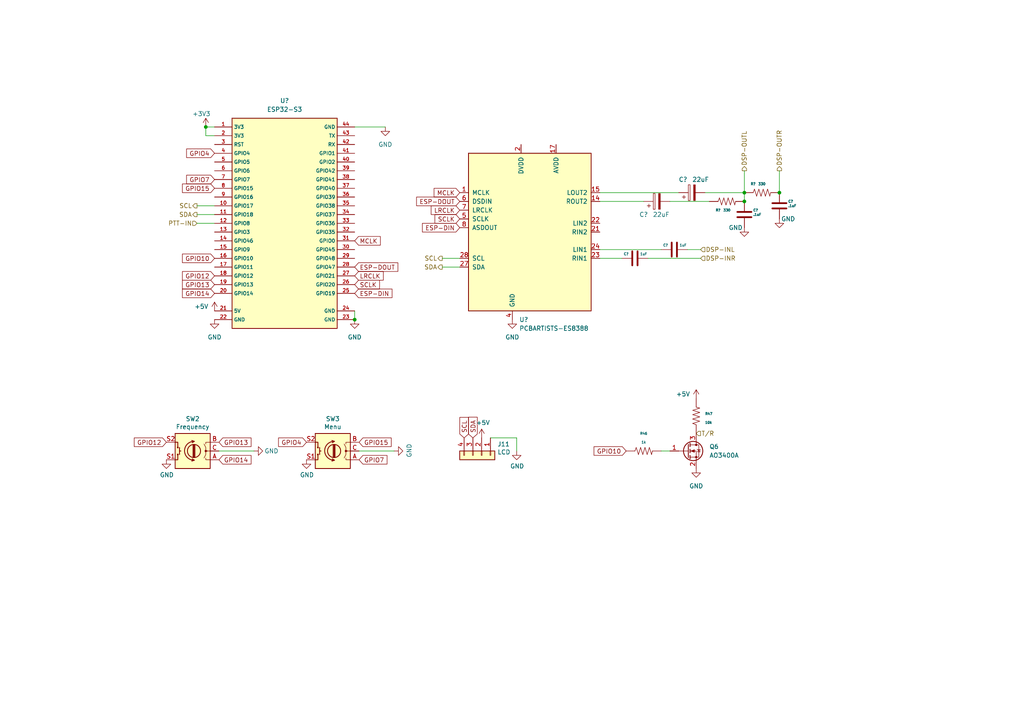
<source format=kicad_sch>
(kicad_sch (version 20211123) (generator eeschema)
  (paper "A4")
  (lib_symbols
    (symbol "Connector_Generic:Conn_01x04" (pin_names (offset 1.016) hide)
      (property "Reference" "J" (at 0 5.08 0))
      (property "Value" "Conn_01x04" (at 0 -7.62 0))
      (symbol "Conn_01x04_1_1"
        (rectangle (start -1.27 -4.953) (end 0 -5.207) (stroke (width 0.1524)))
        (rectangle (start -1.27 -2.413) (end 0 -2.667) (stroke (width 0.1524)))
        (rectangle (start -1.27 0.127) (end 0 -0.127) (stroke (width 0.1524)))
        (rectangle (start -1.27 2.667) (end 0 2.413) (stroke (width 0.1524)))
        (rectangle (start -1.27 3.81) (end 1.27 -6.35) (stroke (width 0.254)) (fill (type background)))
        (pin passive line (at -5.08 2.54 0) (length 3.81) (name "Pin_1") (number "1"))
        (pin passive line (at -5.08 0 0) (length 3.81) (name "Pin_2") (number "2"))
        (pin passive line (at -5.08 -2.54 0) (length 3.81) (name "Pin_3") (number "3"))
        (pin passive line (at -5.08 -5.08 0) (length 3.81) (name "Pin_4") (number "4"))
      )
    )
    (symbol "Device:C_Polarized" (pin_numbers hide) (pin_names (offset 0.254))
      (property "Reference" "C" (at 0.635 2.54 0))
      (property "Value" "C_Polarized" (at 0.635 -2.54 0))
      (symbol "C_Polarized_0_1"
        (rectangle (start -2.286 0.508) (end 2.286 1.016))
        (polyline (pts (xy -1.778 2.286) (xy -0.762 2.286)))
        (polyline (pts (xy -1.27 2.794) (xy -1.27 1.778)))
        (rectangle (start 2.286 -0.508) (end -2.286 -1.016) (fill (type outline)))
      )
      (symbol "C_Polarized_1_1"
        (pin passive line (at 0 3.81 270) (length 2.794) (name "~") (number "1"))
        (pin passive line (at 0 -3.81 90) (length 2.794) (name "~") (number "2"))
      )
    )
    (symbol "Tayloe-Mixer-v3-rescue:Rotary_Encoder_Switch-Device" (pin_names (offset 0.254) hide)
      (property "Reference" "SW" (at 0 6.604 0))
      (property "Value" "Rotary_Encoder_Switch-Device" (at 0 -6.604 0))
      (symbol "Rotary_Encoder_Switch-Device_0_1"
        (rectangle (start -5.08 5.08) (end 5.08 -5.08) (stroke (width 0.254)) (fill (type background)))
        (circle (center -3.81 0) (radius 0.254) (fill (type outline)))
        (arc (start -0.381 -2.794) (mid 2.3622 -0.0508) (end -0.381 2.667) (stroke (width 0.254)))
        (circle (center -0.381 0) (radius 1.905) (stroke (width 0.254)))
        (polyline (pts (xy -0.635 -1.778) (xy -0.635 1.778)) (stroke (width 0.254)))
        (polyline (pts (xy -0.381 -1.778) (xy -0.381 1.778)) (stroke (width 0.254)))
        (polyline (pts (xy -0.127 1.778) (xy -0.127 -1.778)) (stroke (width 0.254)))
        (polyline (pts (xy 3.81 0) (xy 3.429 0)) (stroke (width 0.254)))
        (polyline (pts (xy 3.81 1.016) (xy 3.81 -1.016)) (stroke (width 0.254)))
        (polyline (pts (xy -5.08 -2.54) (xy -3.81 -2.54) (xy -3.81 -2.032)))
        (polyline (pts (xy -5.08 2.54) (xy -3.81 2.54) (xy -3.81 2.032)))
        (polyline (pts (xy 0.254 -3.048) (xy -0.508 -2.794) (xy 0.127 -2.413)) (stroke (width 0.254)))
        (polyline (pts (xy 0.254 2.921) (xy -0.508 2.667) (xy 0.127 2.286)) (stroke (width 0.254)))
        (polyline (pts (xy 5.08 -2.54) (xy 4.318 -2.54) (xy 4.318 -1.016)) (stroke (width 0.254)))
        (polyline (pts (xy 5.08 2.54) (xy 4.318 2.54) (xy 4.318 1.016)) (stroke (width 0.254)))
        (polyline (pts (xy -5.08 0) (xy -3.81 0) (xy -3.81 -1.016) (xy -3.302 -2.032)))
        (polyline (pts (xy -4.318 0) (xy -3.81 0) (xy -3.81 1.016) (xy -3.302 2.032)))
        (circle (center 4.318 -1.016) (radius 0.127) (stroke (width 0.254)))
        (circle (center 4.318 1.016) (radius 0.127) (stroke (width 0.254)))
      )
      (symbol "Rotary_Encoder_Switch-Device_1_1"
        (pin passive line (at -7.62 2.54 0) (length 2.54) (name "A") (number "A"))
        (pin passive line (at -7.62 -2.54 0) (length 2.54) (name "B") (number "B"))
        (pin passive line (at -7.62 0 0) (length 2.54) (name "C") (number "C"))
        (pin passive line (at 7.62 2.54 180) (length 2.54) (name "S1") (number "S1"))
        (pin passive line (at 7.62 -2.54 180) (length 2.54) (name "S2") (number "S2"))
      )
    )
    (symbol "Transistor_FET:AO3400A" (pin_names hide)
      (property "Reference" "Q" (at 5.08 1.905 0))
      (property "Value" "AO3400A" (at 5.08 0 0))
      (symbol "AO3400A_0_1"
        (polyline (pts (xy 0.254 0) (xy -2.54 0)))
        (polyline (pts (xy 0.254 1.905) (xy 0.254 -1.905)) (stroke (width 0.254)))
        (polyline (pts (xy 0.762 -1.27) (xy 0.762 -2.286)) (stroke (width 0.254)))
        (polyline (pts (xy 0.762 0.508) (xy 0.762 -0.508)) (stroke (width 0.254)))
        (polyline (pts (xy 0.762 2.286) (xy 0.762 1.27)) (stroke (width 0.254)))
        (polyline (pts (xy 2.54 2.54) (xy 2.54 1.778)))
        (polyline (pts (xy 2.54 -2.54) (xy 2.54 0) (xy 0.762 0)))
        (polyline (pts (xy 0.762 -1.778) (xy 3.302 -1.778) (xy 3.302 1.778) (xy 0.762 1.778)))
        (polyline (pts (xy 1.016 0) (xy 2.032 0.381) (xy 2.032 -0.381) (xy 1.016 0)) (fill (type outline)))
        (polyline (pts (xy 2.794 0.508) (xy 2.921 0.381) (xy 3.683 0.381) (xy 3.81 0.254)))
        (polyline (pts (xy 3.302 0.381) (xy 2.921 -0.254) (xy 3.683 -0.254) (xy 3.302 0.381)))
        (circle (center 1.651 0) (radius 2.794) (stroke (width 0.254)))
        (circle (center 2.54 -1.778) (radius 0.254) (fill (type outline)))
        (circle (center 2.54 1.778) (radius 0.254) (fill (type outline)))
      )
      (symbol "AO3400A_1_1"
        (pin input line (at -5.08 0 0) (length 2.54) (name "G") (number "1"))
        (pin passive line (at 2.54 -5.08 90) (length 2.54) (name "S") (number "2"))
        (pin passive line (at 2.54 5.08 270) (length 2.54) (name "D") (number "3"))
      )
    )
    (symbol "Xenir:Capacitor" (pin_names (offset 1.016))
      (property "Reference" "C" (at 0 3.175 0))
      (property "Value" "Capacitor" (at 0 -3.175 0))
      (symbol "Capacitor_1_1"
        (polyline (pts (xy -0.762 -2.032) (xy -0.762 2.032)) (stroke (width 0.508)))
        (polyline (pts (xy 0.762 -2.032) (xy 0.762 2.032)) (stroke (width 0.508)))
        (pin passive line (at -3.81 0 0) (length 2.794) (name "~") (number "1"))
        (pin passive line (at 3.81 0 180) (length 2.794) (name "~") (number "2"))
      )
    )
    (symbol "Xenir:Resistor" (pin_names (offset 1.016))
      (property "Reference" "R" (at 0 1.905 0))
      (property "Value" "Resistor" (at 0 -1.905 0))
      (symbol "Resistor_1_1"
        (polyline (pts (xy -2.54 0) (xy -2.159 1.016)))
        (polyline (pts (xy -2.159 1.016) (xy -1.524 -1.016)))
        (polyline (pts (xy -1.524 -1.016) (xy -0.889 1.016)))
        (polyline (pts (xy -0.889 1.016) (xy -0.254 -1.016)))
        (polyline (pts (xy -0.254 -1.016) (xy 0.381 1.016)))
        (polyline (pts (xy 0.381 1.016) (xy 1.016 -1.016)))
        (polyline (pts (xy 1.016 -1.016) (xy 1.651 1.016)))
        (polyline (pts (xy 1.651 1.016) (xy 2.286 -1.016)))
        (polyline (pts (xy 2.286 -1.016) (xy 2.54 0)))
        (pin passive line (at -5.08 0 0) (length 2.54) (name "1") (number "1"))
        (pin passive line (at 5.08 0 180) (length 2.54) (name "2") (number "2"))
      )
    )
    (symbol "power:+3V3" (power) (pin_names (offset 0))
      (property "Value" "+3V3" (at 0 3.556 0))
      (symbol "+3V3_0_1"
        (polyline (pts (xy -0.762 1.27) (xy 0 2.54)))
        (polyline (pts (xy 0 0) (xy 0 2.54)))
        (polyline (pts (xy 0 2.54) (xy 0.762 1.27)))
      )
      (symbol "+3V3_1_1"
        (pin power_in line (at 0 0 90) (length 0) hide (name "+3V3") (number "1"))
      )
    )
    (symbol "power:+5V" (power) (pin_names (offset 0))
      (property "Value" "+5V" (at 0 3.556 0))
      (symbol "+5V_0_1"
        (polyline (pts (xy -0.762 1.27) (xy 0 2.54)))
        (polyline (pts (xy 0 0) (xy 0 2.54)))
        (polyline (pts (xy 0 2.54) (xy 0.762 1.27)))
      )
      (symbol "+5V_1_1"
        (pin power_in line (at 0 0 90) (length 0) hide (name "+5V") (number "1"))
      )
    )
    (symbol "power:GND" (power) (pin_names (offset 0))
      (property "Value" "GND" (at 0 -3.81 0))
      (symbol "GND_0_1"
        (polyline (pts (xy 0 0) (xy 0 -1.27) (xy 1.27 -1.27) (xy 0 -2.54) (xy -1.27 -1.27) (xy 0 -1.27)))
      )
      (symbol "GND_1_1"
        (pin power_in line (at 0 0 270) (length 0) hide (name "GND") (number "1"))
      )
    )
    (symbol "xenir:PCBARTISTS-ES8388" (pin_names (offset 1.016))
      (property "Reference" "U" (at -1.27 -1.27 0))
      (property "Value" "PCBARTISTS-ES8388" (at 0 -3.81 0))
      (symbol "PCBARTISTS-ES8388_1_1"
        (rectangle (start -17.78 22.86) (end 17.78 -22.86) (stroke (width 0.254)) (fill (type background)))
        (pin input line (at -20.32 11.43 0) (length 2.54) (name "MCLK") (number "1"))
        (pin passive line (at 20.32 8.89 180) (length 2.54) (name "ROUT2") (number "14"))
        (pin passive line (at 20.32 11.43 180) (length 2.54) (name "LOUT2") (number "15"))
        (pin power_in line (at 7.62 25.4 270) (length 2.54) (name "AVDD") (number "17"))
        (pin power_in line (at -2.54 25.4 270) (length 2.54) (name "DVDD") (number "2"))
        (pin passive line (at 20.32 0 180) (length 2.54) (name "RIN2") (number "21"))
        (pin passive line (at 20.32 2.54 180) (length 2.54) (name "LIN2") (number "22"))
        (pin passive line (at 20.32 -7.62 180) (length 2.54) (name "RIN1") (number "23"))
        (pin passive line (at 20.32 -5.08 180) (length 2.54) (name "LIN1") (number "24"))
        (pin passive line (at -20.32 -10.16 0) (length 2.54) (name "SDA") (number "27"))
        (pin passive line (at -20.32 -7.62 0) (length 2.54) (name "SCL") (number "28"))
        (pin power_in line (at -5.08 -25.4 90) (length 2.54) (name "GND") (number "4"))
        (pin input line (at -20.32 3.81 0) (length 2.54) (name "SCLK") (number "5"))
        (pin input line (at -20.32 8.89 0) (length 2.54) (name "DSDIN") (number "6"))
        (pin input line (at -20.32 6.35 0) (length 2.54) (name "LRCLK") (number "7"))
        (pin output line (at -20.32 1.27 0) (length 2.54) (name "ASDOUT") (number "8"))
      )
    )
    (symbol "xenir:Resistor" (pin_names (offset 1.016))
      (property "Reference" "R" (at 0 1.905 0))
      (property "Value" "Resistor" (at 0 -1.905 0))
      (symbol "Resistor_1_1"
        (polyline (pts (xy -2.54 0) (xy -2.159 1.016)))
        (polyline (pts (xy -2.159 1.016) (xy -1.524 -1.016)))
        (polyline (pts (xy -1.524 -1.016) (xy -0.889 1.016)))
        (polyline (pts (xy -0.889 1.016) (xy -0.254 -1.016)))
        (polyline (pts (xy -0.254 -1.016) (xy 0.381 1.016)))
        (polyline (pts (xy 0.381 1.016) (xy 1.016 -1.016)))
        (polyline (pts (xy 1.016 -1.016) (xy 1.651 1.016)))
        (polyline (pts (xy 1.651 1.016) (xy 2.286 -1.016)))
        (polyline (pts (xy 2.286 -1.016) (xy 2.54 0)))
        (pin passive line (at -5.08 0 0) (length 2.54) (name "1") (number "1"))
        (pin passive line (at 5.08 0 180) (length 2.54) (name "2") (number "2"))
      )
    )
    (symbol "xenir_v6:ESP32-S3"
      (property "Reference" "U" (at 0 -29.21 0))
      (property "Value" "ESP32-S3" (at 0 -2.54 0))
      (symbol "ESP32-S3_0_0"
        (rectangle (start -15.24 -5.08) (end 15.24 -66.04) (stroke (width 0.254)) (fill (type background)))
        (pin power_in line (at -20.32 -7.62 0) (length 5.08) (name "3V3") (number "1"))
        (pin bidirectional line (at -20.32 -30.48 0) (length 5.08) (name "GPIO17") (number "10"))
        (pin bidirectional line (at -20.32 -33.02 0) (length 5.08) (name "GPIO18") (number "11"))
        (pin bidirectional line (at -20.32 -35.56 0) (length 5.08) (name "GPIO8") (number "12"))
        (pin bidirectional line (at -20.32 -38.1 0) (length 5.08) (name "GPIO3") (number "13"))
        (pin bidirectional line (at -20.32 -40.64 0) (length 5.08) (name "GPIO46") (number "14"))
        (pin bidirectional line (at -20.32 -43.18 0) (length 5.08) (name "GPIO9") (number "15"))
        (pin bidirectional line (at -20.32 -45.72 0) (length 5.08) (name "GPIO10") (number "16"))
        (pin bidirectional line (at -20.32 -48.26 0) (length 5.08) (name "GPIO11") (number "17"))
        (pin bidirectional line (at -20.32 -50.8 0) (length 5.08) (name "GPIO12") (number "18"))
        (pin bidirectional line (at -20.32 -53.34 0) (length 5.08) (name "GPIO13") (number "19"))
        (pin power_in line (at -20.32 -10.16 0) (length 5.08) (name "3V3") (number "2"))
        (pin bidirectional line (at -20.32 -55.88 0) (length 5.08) (name "GPIO14") (number "20"))
        (pin power_in line (at -20.32 -60.96 0) (length 5.08) (name "5V") (number "21"))
        (pin power_in line (at -20.32 -63.5 0) (length 5.08) (name "GND") (number "22"))
        (pin power_in line (at 20.32 -63.5 180) (length 5.08) (name "GND") (number "23"))
        (pin power_in line (at 20.32 -60.96 180) (length 5.08) (name "GND") (number "24"))
        (pin bidirectional line (at 20.32 -55.88 180) (length 5.08) (name "GPIO19") (number "25"))
        (pin bidirectional line (at 20.32 -53.34 180) (length 5.08) (name "GPIO20") (number "26"))
        (pin bidirectional line (at 20.32 -50.8 180) (length 5.08) (name "GPIO21") (number "27"))
        (pin bidirectional line (at 20.32 -48.26 180) (length 5.08) (name "GPIO47") (number "28"))
        (pin bidirectional line (at 20.32 -45.72 180) (length 5.08) (name "GPIO48") (number "29"))
        (pin input line (at -20.32 -12.7 0) (length 5.08) (name "RST") (number "3"))
        (pin bidirectional line (at 20.32 -43.18 180) (length 5.08) (name "GPIO45") (number "30"))
        (pin bidirectional line (at 20.32 -40.64 180) (length 5.08) (name "GPIO0") (number "31"))
        (pin bidirectional line (at 20.32 -38.1 180) (length 5.08) (name "GPIO35") (number "32"))
        (pin bidirectional line (at 20.32 -35.56 180) (length 5.08) (name "GPIO36") (number "33"))
        (pin bidirectional line (at 20.32 -33.02 180) (length 5.08) (name "GPIO37") (number "34"))
        (pin bidirectional line (at 20.32 -30.48 180) (length 5.08) (name "GPIO38") (number "35"))
        (pin bidirectional line (at 20.32 -27.94 180) (length 5.08) (name "GPIO39") (number "36"))
        (pin bidirectional line (at 20.32 -25.4 180) (length 5.08) (name "GPIO40") (number "37"))
        (pin bidirectional line (at 20.32 -22.86 180) (length 5.08) (name "GPIO41") (number "38"))
        (pin bidirectional line (at 20.32 -20.32 180) (length 5.08) (name "GPIO42") (number "39"))
        (pin bidirectional line (at -20.32 -15.24 0) (length 5.08) (name "GPIO4") (number "4"))
        (pin bidirectional line (at 20.32 -17.78 180) (length 5.08) (name "GPIO2") (number "40"))
        (pin bidirectional line (at 20.32 -15.24 180) (length 5.08) (name "GPIO1") (number "41"))
        (pin input line (at 20.32 -12.7 180) (length 5.08) (name "RX") (number "42"))
        (pin output line (at 20.32 -10.16 180) (length 5.08) (name "TX") (number "43"))
        (pin power_in line (at 20.32 -7.62 180) (length 5.08) (name "GND") (number "44"))
        (pin bidirectional line (at -20.32 -17.78 0) (length 5.08) (name "GPIO5") (number "5"))
        (pin bidirectional line (at -20.32 -20.32 0) (length 5.08) (name "GPIO6") (number "6"))
        (pin bidirectional line (at -20.32 -22.86 0) (length 5.08) (name "GPIO7") (number "7"))
        (pin bidirectional line (at -20.32 -25.4 0) (length 5.08) (name "GPIO15") (number "8"))
        (pin bidirectional line (at -20.32 -27.94 0) (length 5.08) (name "GPIO16") (number "9"))
      )
    )
  )
  (junction (at 215.9 55.88))
  (junction (at 226.06 55.88))
  (junction (at 215.9 58.42))
  (junction (at 102.87 92.71))
  (junction (at 59.69 36.83))
  (wire (pts (xy 57.15 64.77) (xy 62.23 64.77)))
  (wire (pts (xy 173.99 72.39) (xy 191.77 72.39)))
  (wire (pts (xy 73.66 130.81) (xy 63.5 130.81)))
  (wire (pts (xy 128.27 74.93) (xy 133.35 74.93)))
  (wire (pts (xy 215.9 55.88) (xy 215.9 58.42)))
  (wire (pts (xy 215.9 49.53) (xy 215.9 55.88)))
  (wire (pts (xy 173.99 55.88) (xy 196.85 55.88)))
  (wire (pts (xy 128.27 77.47) (xy 133.35 77.47)))
  (wire (pts (xy 57.15 59.69) (xy 62.23 59.69)))
  (wire (pts (xy 173.99 74.93) (xy 180.34 74.93)))
  (wire (pts (xy 102.87 36.83) (xy 111.76 36.83)))
  (wire (pts (xy 204.47 55.88) (xy 215.9 55.88)))
  (wire (pts (xy 199.39 72.39) (xy 203.2 72.39)))
  (wire (pts (xy 57.15 62.23) (xy 62.23 62.23)))
  (wire (pts (xy 173.99 58.42) (xy 186.69 58.42)))
  (wire (pts (xy 149.86 127) (xy 149.86 130.81)))
  (wire (pts (xy 62.23 39.37) (xy 59.69 39.37)))
  (wire (pts (xy 226.06 49.53) (xy 226.06 55.88)))
  (wire (pts (xy 194.31 58.42) (xy 205.74 58.42)))
  (wire (pts (xy 187.96 74.93) (xy 203.2 74.93)))
  (wire (pts (xy 102.87 90.17) (xy 102.87 92.71)))
  (wire (pts (xy 142.24 127) (xy 149.86 127)))
  (wire (pts (xy 59.69 39.37) (xy 59.69 36.83)))
  (wire (pts (xy 114.3 130.81) (xy 104.14 130.81)))
  (wire (pts (xy 59.69 36.83) (xy 62.23 36.83)))
  (wire (pts (xy 191.77 130.81) (xy 194.31 130.81)))
  (global_label "MCLK" (shape input) (at 102.87 69.85 0) (property "Intersheet References" "${INTERSHEET_REFS}" (effects hide)))
  (global_label "GPIO10" (shape input) (at 181.61 130.81 180) (property "Intersheet References" "${INTERSHEET_REFS}" (effects hide)))
  (global_label "MCLK" (shape input) (at 133.35 55.88 180) (property "Intersheet References" "${INTERSHEET_REFS}" (effects hide)))
  (global_label "GPIO4" (shape input) (at 88.9 128.27 180) (property "Intersheet References" "${INTERSHEET_REFS}" (effects hide)))
  (global_label "GPIO14" (shape input) (at 62.23 85.09 180) (property "Intersheet References" "${INTERSHEET_REFS}" (effects hide)))
  (global_label "ESP-DIN" (shape input) (at 102.87 85.09 0) (property "Intersheet References" "${INTERSHEET_REFS}" (effects hide)))
  (global_label "GPIO7" (shape input) (at 62.23 52.07 180) (property "Intersheet References" "${INTERSHEET_REFS}" (effects hide)))
  (global_label "GPIO10" (shape input) (at 62.23 74.93 180) (property "Intersheet References" "${INTERSHEET_REFS}" (effects hide)))
  (global_label "GPIO15" (shape input) (at 62.23 54.61 180) (property "Intersheet References" "${INTERSHEET_REFS}" (effects hide)))
  (global_label "GPIO4" (shape input) (at 62.23 44.45 180) (property "Intersheet References" "${INTERSHEET_REFS}" (effects hide)))
  (global_label "GPIO12" (shape input) (at 48.26 128.27 180) (property "Intersheet References" "${INTERSHEET_REFS}" (effects hide)))
  (global_label "GPIO14" (shape input) (at 63.5 133.35 0) (property "Intersheet References" "${INTERSHEET_REFS}" (effects hide)))
  (global_label "SCL" (shape input) (at 134.62 127 90) (property "Intersheet References" "${INTERSHEET_REFS}" (effects hide)))
  (global_label "SDA" (shape input) (at 137.16 127 90) (property "Intersheet References" "${INTERSHEET_REFS}" (effects hide)))
  (global_label "ESP-DOUT" (shape input) (at 133.35 58.42 180) (property "Intersheet References" "${INTERSHEET_REFS}" (effects hide)))
  (global_label "SCLK" (shape input) (at 102.87 82.55 0) (property "Intersheet References" "${INTERSHEET_REFS}" (effects hide)))
  (global_label "ESP-DOUT" (shape input) (at 102.87 77.47 0) (property "Intersheet References" "${INTERSHEET_REFS}" (effects hide)))
  (global_label "GPIO12" (shape input) (at 62.23 80.01 180) (property "Intersheet References" "${INTERSHEET_REFS}" (effects hide)))
  (global_label "GPIO7" (shape input) (at 104.14 133.35 0) (property "Intersheet References" "${INTERSHEET_REFS}" (effects hide)))
  (global_label "GPIO15" (shape input) (at 104.14 128.27 0) (property "Intersheet References" "${INTERSHEET_REFS}" (effects hide)))
  (global_label "SCLK" (shape input) (at 133.35 63.5 180) (property "Intersheet References" "${INTERSHEET_REFS}" (effects hide)))
  (global_label "LRCLK" (shape input) (at 102.87 80.01 0) (property "Intersheet References" "${INTERSHEET_REFS}" (effects hide)))
  (global_label "GPIO13" (shape input) (at 63.5 128.27 0) (property "Intersheet References" "${INTERSHEET_REFS}" (effects hide)))
  (global_label "ESP-DIN" (shape input) (at 133.35 66.04 180) (property "Intersheet References" "${INTERSHEET_REFS}" (effects hide)))
  (global_label "GPIO13" (shape input) (at 62.23 82.55 180) (property "Intersheet References" "${INTERSHEET_REFS}" (effects hide)))
  (global_label "LRCLK" (shape input) (at 133.35 60.96 180) (property "Intersheet References" "${INTERSHEET_REFS}" (effects hide)))
  (hierarchical_label "DSP-INR" (shape input) (at 203.2 74.93 0))
  (hierarchical_label "SCL" (shape output) (at 128.27 74.93 180))
  (hierarchical_label "DSP-OUTL" (shape output) (at 215.9 49.53 90))
  (hierarchical_label "DSP-OUTR" (shape output) (at 226.06 49.53 90))
  (hierarchical_label "SDA" (shape output) (at 57.15 62.23 180))
  (hierarchical_label "SDA" (shape output) (at 128.27 77.47 180))
  (hierarchical_label "T{slash}R" (shape input) (at 201.93 125.73 0))
  (hierarchical_label "SCL" (shape output) (at 57.15 59.69 180))
  (hierarchical_label "DSP-INL" (shape input) (at 203.2 72.39 0))
  (hierarchical_label "PTT-IN" (shape input) (at 57.15 64.77 180))
  (symbol (lib_id "xenir:Resistor") (at 201.93 120.65 90) (unit 1)
    (property "Reference" "R47" (at 204.47 120.015 90) (effects (font (size 0.7112 0.7112)) (justify right)))
    (property "Value" "10k" (at 204.47 122.555 90) (effects (font (size 0.7112 0.7112)) (justify right)))
    (property "Footprint" "Resistor_SMD:R_0805_2012Metric" (effects hide))
  )
  (symbol (lib_id "Xenir:Capacitor") (at 226.06 59.69 90) (unit 1)
    (property "Reference" "C?" (at 228.6 58.42 90) (effects (font (size 0.7112 0.7112)) (justify right)))
    (property "Value" ".1uF" (at 228.6 59.69 90) (effects (font (size 0.7112 0.7112)) (justify right)))
    (property "Footprint" "Capacitor_SMD:C_1206_3216Metric" (effects hide))
  )
  (symbol (lib_id "power:GND") (at 62.23 92.71 0) (unit 1)
    (property "Reference" "#PWR?" (effects hide))
    (property "Value" "GND" (at 62.23 97.79 0))
  )
  (symbol (lib_id "Xenir:Capacitor") (at 195.58 72.39 0) (unit 1)
    (property "Reference" "C?" (at 193.04 71.12 0) (effects (font (size 0.7112 0.7112))))
    (property "Value" "1uF" (at 198.12 71.12 0) (effects (font (size 0.7112 0.7112))))
    (property "Footprint" "Capacitor_SMD:C_1206_3216Metric" (effects hide))
  )
  (symbol (lib_id "Xenir:Resistor") (at 220.98 55.88 0) (unit 1)
    (property "Reference" "R?" (at 218.44 53.34 0) (effects (font (size 0.7112 0.7112))))
    (property "Value" "330" (at 220.98 53.34 0) (effects (font (size 0.7112 0.7112))))
    (property "Footprint" "Resistor_SMD:R_0805_2012Metric" (effects hide))
  )
  (symbol (lib_id "Connector_Generic:Conn_01x04") (at 139.7 132.08 270) (unit 1)
    (property "Reference" "J11" (at 144.272 128.8288 90) (effects (justify left)))
    (property "Value" "LCD" (at 144.272 131.1402 90) (effects (justify left)))
    (property "Footprint" "Connector_PinSocket_2.54mm:PinSocket_1x04_P2.54mm_Vertical" (effects hide))
  )
  (symbol (lib_id "power:GND") (at 215.9 66.04 0) (unit 1)
    (property "Reference" "#PWR?" (effects hide))
    (property "Value" "GND" (at 213.36 66.04 0))
  )
  (symbol (lib_id "power:GND") (at 149.86 130.81 0) (unit 1)
    (property "Reference" "#PWR0191" (effects hide))
    (property "Value" "GND" (at 149.987 135.2042 0))
  )
  (symbol (lib_id "Device:C_Polarized") (at 200.66 55.88 90) (unit 1)
    (property "Reference" "C?" (at 198.12 52.07 90))
    (property "Value" "22uF" (at 203.2 52.07 90))
    (property "Footprint" "Capacitor_SMD:CP_Elec_4x4.5" (effects hide))
  )
  (symbol (lib_id "Xenir:Capacitor") (at 184.15 74.93 0) (unit 1)
    (property "Reference" "C?" (at 181.61 73.66 0) (effects (font (size 0.7112 0.7112))))
    (property "Value" "1uF" (at 186.69 73.66 0) (effects (font (size 0.7112 0.7112))))
    (property "Footprint" "Capacitor_SMD:C_1206_3216Metric" (effects hide))
  )
  (symbol (lib_id "power:GND") (at 114.3 130.81 90) (unit 1)
    (property "Reference" "#PWR0189" (effects hide))
    (property "Value" "GND" (at 118.6942 130.683 0))
  )
  (symbol (lib_id "power:+5V") (at 139.7 127 0) (unit 1)
    (property "Reference" "#PWR0190" (effects hide))
    (property "Value" "+5V" (at 140.081 122.6058 0))
  )
  (symbol (lib_id "power:+5V") (at 201.93 115.57 0) (unit 1)
    (property "Reference" "#PWR0188" (effects hide))
    (property "Value" "+5V" (at 198.12 114.3 0))
  )
  (symbol (lib_id "xenir:Resistor") (at 186.69 130.81 0) (unit 1)
    (property "Reference" "R46" (at 186.69 125.73 0) (effects (font (size 0.7112 0.7112))))
    (property "Value" "1k" (at 186.69 128.27 0) (effects (font (size 0.7112 0.7112))))
    (property "Footprint" "Resistor_SMD:R_0805_2012Metric" (effects hide))
  )
  (symbol (lib_id "power:GND") (at 48.26 133.35 0) (unit 1)
    (property "Reference" "#PWR0196" (effects hide))
    (property "Value" "GND" (at 48.387 137.7442 0))
  )
  (symbol (lib_id "Device:C_Polarized") (at 190.5 58.42 90) (unit 1)
    (property "Reference" "C?" (at 186.69 62.23 90))
    (property "Value" "22uF" (at 191.77 62.23 90))
    (property "Footprint" "Capacitor_SMD:CP_Elec_4x4.5" (effects hide))
  )
  (symbol (lib_id "Tayloe-Mixer-v3-rescue:Rotary_Encoder_Switch-Device") (at 96.52 130.81 180) (unit 1)
    (property "Reference" "SW3" (at 96.52 121.4882 0))
    (property "Value" "Menu" (at 96.52 123.7996 0))
    (property "Footprint" "Rotary_Encoder:RotaryEncoder_Alps_EC11E-Switch_Vertical_H20mm" (effects hide))
  )
  (symbol (lib_id "power:GND") (at 201.93 135.89 0) (unit 1)
    (property "Reference" "#PWR0187" (effects hide))
    (property "Value" "GND" (at 201.93 140.97 0))
  )
  (symbol (lib_id "xenir_v6:ESP32-S3") (at 82.55 29.21 0) (unit 1)
    (property "Reference" "U?" (at 82.55 29.21 0))
    (property "Value" "ESP32-S3" (at 82.55 31.75 0))
  )
  (symbol (lib_id "power:GND") (at 73.66 130.81 90) (unit 1)
    (property "Reference" "#PWR0194" (effects hide))
    (property "Value" "GND" (at 78.74 130.81 90))
  )
  (symbol (lib_id "power:GND") (at 88.9 133.35 0) (unit 1)
    (property "Reference" "#PWR0193" (effects hide))
    (property "Value" "GND" (at 89.027 137.7442 0))
  )
  (symbol (lib_id "Xenir:Capacitor") (at 215.9 62.23 90) (unit 1)
    (property "Reference" "C?" (at 218.44 60.96 90) (effects (font (size 0.7112 0.7112)) (justify right)))
    (property "Value" ".1uF" (at 218.44 62.23 90) (effects (font (size 0.7112 0.7112)) (justify right)))
    (property "Footprint" "Capacitor_SMD:C_1206_3216Metric" (effects hide))
  )
  (symbol (lib_id "power:GND") (at 148.59 92.71 0) (unit 1)
    (property "Reference" "#PWR?" (effects hide))
    (property "Value" "GND" (at 148.59 97.79 0))
  )
  (symbol (lib_id "Tayloe-Mixer-v3-rescue:Rotary_Encoder_Switch-Device") (at 55.88 130.81 180) (unit 1)
    (property "Reference" "SW2" (at 55.88 121.4882 0))
    (property "Value" "Frequency" (at 55.88 123.7996 0))
    (property "Footprint" "Rotary_Encoder:RotaryEncoder_Alps_EC11E-Switch_Vertical_H20mm" (effects hide))
  )
  (symbol (lib_id "power:+3V3") (at 59.69 36.83 0) (unit 1)
    (property "Reference" "#PWR?" (effects hide))
    (property "Value" "+3V3" (at 58.42 33.02 0))
  )
  (symbol (lib_id "power:+5V") (at 62.23 90.17 0) (unit 1)
    (property "Reference" "#PWR?" (effects hide))
    (property "Value" "+5V" (at 58.42 88.9 0))
  )
  (symbol (lib_id "power:GND") (at 111.76 36.83 0) (unit 1)
    (property "Reference" "#PWR?" (effects hide))
    (property "Value" "GND" (at 111.76 41.91 0))
  )
  (symbol (lib_id "xenir:PCBARTISTS-ES8388") (at 153.67 67.31 0) (unit 1)
    (property "Reference" "U?" (at 150.6094 92.71 0) (effects (justify left)))
    (property "Value" "PCBARTISTS-ES8388" (at 150.6094 95.25 0) (effects (justify left)))
  )
  (symbol (lib_id "Transistor_FET:AO3400A") (at 199.39 130.81 0) (unit 1)
    (property "Reference" "Q6" (at 205.74 129.5399 0) (effects (justify left)))
    (property "Value" "AO3400A" (at 205.74 132.0799 0) (effects (justify left)))
    (property "Footprint" "Package_TO_SOT_SMD:SOT-23" (effects hide))
    (property "Datasheet" "http://www.aosmd.com/pdfs/datasheet/AO3400A.pdf" (effects hide))
  )
  (symbol (lib_id "power:GND") (at 226.06 63.5 0) (unit 1)
    (property "Reference" "#PWR?" (effects hide))
    (property "Value" "GND" (at 228.6 63.5 0))
  )
  (symbol (lib_id "power:GND") (at 102.87 92.71 0) (unit 1)
    (property "Reference" "#PWR?" (effects hide))
    (property "Value" "GND" (at 102.87 97.79 0))
  )
  (symbol (lib_id "Xenir:Resistor") (at 210.82 58.42 0) (unit 1)
    (property "Reference" "R?" (at 208.28 60.96 0) (effects (font (size 0.7112 0.7112))))
    (property "Value" "330" (at 210.82 60.96 0) (effects (font (size 0.7112 0.7112))))
    (property "Footprint" "Resistor_SMD:R_0805_2012Metric" (effects hide))
  )
)
</source>
